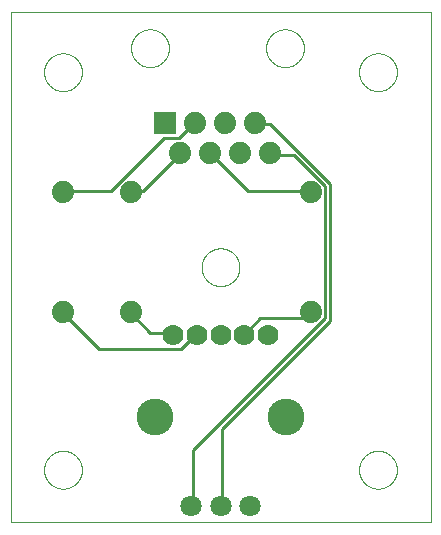
<source format=gtl>
G75*
%MOIN*%
%OFA0B0*%
%FSLAX25Y25*%
%IPPOS*%
%LPD*%
%AMOC8*
5,1,8,0,0,1.08239X$1,22.5*
%
%ADD10C,0.00000*%
%ADD11C,0.07400*%
%ADD12C,0.07087*%
%ADD13C,0.07000*%
%ADD14C,0.12268*%
%ADD15R,0.07400X0.07400*%
%ADD16C,0.01000*%
D10*
X0001000Y0001000D02*
X0001000Y0170961D01*
X0141000Y0171000D01*
X0141000Y0001000D01*
X0001000Y0001000D01*
X0012201Y0018500D02*
X0012203Y0018658D01*
X0012209Y0018816D01*
X0012219Y0018974D01*
X0012233Y0019132D01*
X0012251Y0019289D01*
X0012272Y0019446D01*
X0012298Y0019602D01*
X0012328Y0019758D01*
X0012361Y0019913D01*
X0012399Y0020066D01*
X0012440Y0020219D01*
X0012485Y0020371D01*
X0012534Y0020522D01*
X0012587Y0020671D01*
X0012643Y0020819D01*
X0012703Y0020965D01*
X0012767Y0021110D01*
X0012835Y0021253D01*
X0012906Y0021395D01*
X0012980Y0021535D01*
X0013058Y0021672D01*
X0013140Y0021808D01*
X0013224Y0021942D01*
X0013313Y0022073D01*
X0013404Y0022202D01*
X0013499Y0022329D01*
X0013596Y0022454D01*
X0013697Y0022576D01*
X0013801Y0022695D01*
X0013908Y0022812D01*
X0014018Y0022926D01*
X0014131Y0023037D01*
X0014246Y0023146D01*
X0014364Y0023251D01*
X0014485Y0023353D01*
X0014608Y0023453D01*
X0014734Y0023549D01*
X0014862Y0023642D01*
X0014992Y0023732D01*
X0015125Y0023818D01*
X0015260Y0023902D01*
X0015396Y0023981D01*
X0015535Y0024058D01*
X0015676Y0024130D01*
X0015818Y0024200D01*
X0015962Y0024265D01*
X0016108Y0024327D01*
X0016255Y0024385D01*
X0016404Y0024440D01*
X0016554Y0024491D01*
X0016705Y0024538D01*
X0016857Y0024581D01*
X0017010Y0024620D01*
X0017165Y0024656D01*
X0017320Y0024687D01*
X0017476Y0024715D01*
X0017632Y0024739D01*
X0017789Y0024759D01*
X0017947Y0024775D01*
X0018104Y0024787D01*
X0018263Y0024795D01*
X0018421Y0024799D01*
X0018579Y0024799D01*
X0018737Y0024795D01*
X0018896Y0024787D01*
X0019053Y0024775D01*
X0019211Y0024759D01*
X0019368Y0024739D01*
X0019524Y0024715D01*
X0019680Y0024687D01*
X0019835Y0024656D01*
X0019990Y0024620D01*
X0020143Y0024581D01*
X0020295Y0024538D01*
X0020446Y0024491D01*
X0020596Y0024440D01*
X0020745Y0024385D01*
X0020892Y0024327D01*
X0021038Y0024265D01*
X0021182Y0024200D01*
X0021324Y0024130D01*
X0021465Y0024058D01*
X0021604Y0023981D01*
X0021740Y0023902D01*
X0021875Y0023818D01*
X0022008Y0023732D01*
X0022138Y0023642D01*
X0022266Y0023549D01*
X0022392Y0023453D01*
X0022515Y0023353D01*
X0022636Y0023251D01*
X0022754Y0023146D01*
X0022869Y0023037D01*
X0022982Y0022926D01*
X0023092Y0022812D01*
X0023199Y0022695D01*
X0023303Y0022576D01*
X0023404Y0022454D01*
X0023501Y0022329D01*
X0023596Y0022202D01*
X0023687Y0022073D01*
X0023776Y0021942D01*
X0023860Y0021808D01*
X0023942Y0021672D01*
X0024020Y0021535D01*
X0024094Y0021395D01*
X0024165Y0021253D01*
X0024233Y0021110D01*
X0024297Y0020965D01*
X0024357Y0020819D01*
X0024413Y0020671D01*
X0024466Y0020522D01*
X0024515Y0020371D01*
X0024560Y0020219D01*
X0024601Y0020066D01*
X0024639Y0019913D01*
X0024672Y0019758D01*
X0024702Y0019602D01*
X0024728Y0019446D01*
X0024749Y0019289D01*
X0024767Y0019132D01*
X0024781Y0018974D01*
X0024791Y0018816D01*
X0024797Y0018658D01*
X0024799Y0018500D01*
X0024797Y0018342D01*
X0024791Y0018184D01*
X0024781Y0018026D01*
X0024767Y0017868D01*
X0024749Y0017711D01*
X0024728Y0017554D01*
X0024702Y0017398D01*
X0024672Y0017242D01*
X0024639Y0017087D01*
X0024601Y0016934D01*
X0024560Y0016781D01*
X0024515Y0016629D01*
X0024466Y0016478D01*
X0024413Y0016329D01*
X0024357Y0016181D01*
X0024297Y0016035D01*
X0024233Y0015890D01*
X0024165Y0015747D01*
X0024094Y0015605D01*
X0024020Y0015465D01*
X0023942Y0015328D01*
X0023860Y0015192D01*
X0023776Y0015058D01*
X0023687Y0014927D01*
X0023596Y0014798D01*
X0023501Y0014671D01*
X0023404Y0014546D01*
X0023303Y0014424D01*
X0023199Y0014305D01*
X0023092Y0014188D01*
X0022982Y0014074D01*
X0022869Y0013963D01*
X0022754Y0013854D01*
X0022636Y0013749D01*
X0022515Y0013647D01*
X0022392Y0013547D01*
X0022266Y0013451D01*
X0022138Y0013358D01*
X0022008Y0013268D01*
X0021875Y0013182D01*
X0021740Y0013098D01*
X0021604Y0013019D01*
X0021465Y0012942D01*
X0021324Y0012870D01*
X0021182Y0012800D01*
X0021038Y0012735D01*
X0020892Y0012673D01*
X0020745Y0012615D01*
X0020596Y0012560D01*
X0020446Y0012509D01*
X0020295Y0012462D01*
X0020143Y0012419D01*
X0019990Y0012380D01*
X0019835Y0012344D01*
X0019680Y0012313D01*
X0019524Y0012285D01*
X0019368Y0012261D01*
X0019211Y0012241D01*
X0019053Y0012225D01*
X0018896Y0012213D01*
X0018737Y0012205D01*
X0018579Y0012201D01*
X0018421Y0012201D01*
X0018263Y0012205D01*
X0018104Y0012213D01*
X0017947Y0012225D01*
X0017789Y0012241D01*
X0017632Y0012261D01*
X0017476Y0012285D01*
X0017320Y0012313D01*
X0017165Y0012344D01*
X0017010Y0012380D01*
X0016857Y0012419D01*
X0016705Y0012462D01*
X0016554Y0012509D01*
X0016404Y0012560D01*
X0016255Y0012615D01*
X0016108Y0012673D01*
X0015962Y0012735D01*
X0015818Y0012800D01*
X0015676Y0012870D01*
X0015535Y0012942D01*
X0015396Y0013019D01*
X0015260Y0013098D01*
X0015125Y0013182D01*
X0014992Y0013268D01*
X0014862Y0013358D01*
X0014734Y0013451D01*
X0014608Y0013547D01*
X0014485Y0013647D01*
X0014364Y0013749D01*
X0014246Y0013854D01*
X0014131Y0013963D01*
X0014018Y0014074D01*
X0013908Y0014188D01*
X0013801Y0014305D01*
X0013697Y0014424D01*
X0013596Y0014546D01*
X0013499Y0014671D01*
X0013404Y0014798D01*
X0013313Y0014927D01*
X0013224Y0015058D01*
X0013140Y0015192D01*
X0013058Y0015328D01*
X0012980Y0015465D01*
X0012906Y0015605D01*
X0012835Y0015747D01*
X0012767Y0015890D01*
X0012703Y0016035D01*
X0012643Y0016181D01*
X0012587Y0016329D01*
X0012534Y0016478D01*
X0012485Y0016629D01*
X0012440Y0016781D01*
X0012399Y0016934D01*
X0012361Y0017087D01*
X0012328Y0017242D01*
X0012298Y0017398D01*
X0012272Y0017554D01*
X0012251Y0017711D01*
X0012233Y0017868D01*
X0012219Y0018026D01*
X0012209Y0018184D01*
X0012203Y0018342D01*
X0012201Y0018500D01*
X0064701Y0086000D02*
X0064703Y0086158D01*
X0064709Y0086316D01*
X0064719Y0086474D01*
X0064733Y0086632D01*
X0064751Y0086789D01*
X0064772Y0086946D01*
X0064798Y0087102D01*
X0064828Y0087258D01*
X0064861Y0087413D01*
X0064899Y0087566D01*
X0064940Y0087719D01*
X0064985Y0087871D01*
X0065034Y0088022D01*
X0065087Y0088171D01*
X0065143Y0088319D01*
X0065203Y0088465D01*
X0065267Y0088610D01*
X0065335Y0088753D01*
X0065406Y0088895D01*
X0065480Y0089035D01*
X0065558Y0089172D01*
X0065640Y0089308D01*
X0065724Y0089442D01*
X0065813Y0089573D01*
X0065904Y0089702D01*
X0065999Y0089829D01*
X0066096Y0089954D01*
X0066197Y0090076D01*
X0066301Y0090195D01*
X0066408Y0090312D01*
X0066518Y0090426D01*
X0066631Y0090537D01*
X0066746Y0090646D01*
X0066864Y0090751D01*
X0066985Y0090853D01*
X0067108Y0090953D01*
X0067234Y0091049D01*
X0067362Y0091142D01*
X0067492Y0091232D01*
X0067625Y0091318D01*
X0067760Y0091402D01*
X0067896Y0091481D01*
X0068035Y0091558D01*
X0068176Y0091630D01*
X0068318Y0091700D01*
X0068462Y0091765D01*
X0068608Y0091827D01*
X0068755Y0091885D01*
X0068904Y0091940D01*
X0069054Y0091991D01*
X0069205Y0092038D01*
X0069357Y0092081D01*
X0069510Y0092120D01*
X0069665Y0092156D01*
X0069820Y0092187D01*
X0069976Y0092215D01*
X0070132Y0092239D01*
X0070289Y0092259D01*
X0070447Y0092275D01*
X0070604Y0092287D01*
X0070763Y0092295D01*
X0070921Y0092299D01*
X0071079Y0092299D01*
X0071237Y0092295D01*
X0071396Y0092287D01*
X0071553Y0092275D01*
X0071711Y0092259D01*
X0071868Y0092239D01*
X0072024Y0092215D01*
X0072180Y0092187D01*
X0072335Y0092156D01*
X0072490Y0092120D01*
X0072643Y0092081D01*
X0072795Y0092038D01*
X0072946Y0091991D01*
X0073096Y0091940D01*
X0073245Y0091885D01*
X0073392Y0091827D01*
X0073538Y0091765D01*
X0073682Y0091700D01*
X0073824Y0091630D01*
X0073965Y0091558D01*
X0074104Y0091481D01*
X0074240Y0091402D01*
X0074375Y0091318D01*
X0074508Y0091232D01*
X0074638Y0091142D01*
X0074766Y0091049D01*
X0074892Y0090953D01*
X0075015Y0090853D01*
X0075136Y0090751D01*
X0075254Y0090646D01*
X0075369Y0090537D01*
X0075482Y0090426D01*
X0075592Y0090312D01*
X0075699Y0090195D01*
X0075803Y0090076D01*
X0075904Y0089954D01*
X0076001Y0089829D01*
X0076096Y0089702D01*
X0076187Y0089573D01*
X0076276Y0089442D01*
X0076360Y0089308D01*
X0076442Y0089172D01*
X0076520Y0089035D01*
X0076594Y0088895D01*
X0076665Y0088753D01*
X0076733Y0088610D01*
X0076797Y0088465D01*
X0076857Y0088319D01*
X0076913Y0088171D01*
X0076966Y0088022D01*
X0077015Y0087871D01*
X0077060Y0087719D01*
X0077101Y0087566D01*
X0077139Y0087413D01*
X0077172Y0087258D01*
X0077202Y0087102D01*
X0077228Y0086946D01*
X0077249Y0086789D01*
X0077267Y0086632D01*
X0077281Y0086474D01*
X0077291Y0086316D01*
X0077297Y0086158D01*
X0077299Y0086000D01*
X0077297Y0085842D01*
X0077291Y0085684D01*
X0077281Y0085526D01*
X0077267Y0085368D01*
X0077249Y0085211D01*
X0077228Y0085054D01*
X0077202Y0084898D01*
X0077172Y0084742D01*
X0077139Y0084587D01*
X0077101Y0084434D01*
X0077060Y0084281D01*
X0077015Y0084129D01*
X0076966Y0083978D01*
X0076913Y0083829D01*
X0076857Y0083681D01*
X0076797Y0083535D01*
X0076733Y0083390D01*
X0076665Y0083247D01*
X0076594Y0083105D01*
X0076520Y0082965D01*
X0076442Y0082828D01*
X0076360Y0082692D01*
X0076276Y0082558D01*
X0076187Y0082427D01*
X0076096Y0082298D01*
X0076001Y0082171D01*
X0075904Y0082046D01*
X0075803Y0081924D01*
X0075699Y0081805D01*
X0075592Y0081688D01*
X0075482Y0081574D01*
X0075369Y0081463D01*
X0075254Y0081354D01*
X0075136Y0081249D01*
X0075015Y0081147D01*
X0074892Y0081047D01*
X0074766Y0080951D01*
X0074638Y0080858D01*
X0074508Y0080768D01*
X0074375Y0080682D01*
X0074240Y0080598D01*
X0074104Y0080519D01*
X0073965Y0080442D01*
X0073824Y0080370D01*
X0073682Y0080300D01*
X0073538Y0080235D01*
X0073392Y0080173D01*
X0073245Y0080115D01*
X0073096Y0080060D01*
X0072946Y0080009D01*
X0072795Y0079962D01*
X0072643Y0079919D01*
X0072490Y0079880D01*
X0072335Y0079844D01*
X0072180Y0079813D01*
X0072024Y0079785D01*
X0071868Y0079761D01*
X0071711Y0079741D01*
X0071553Y0079725D01*
X0071396Y0079713D01*
X0071237Y0079705D01*
X0071079Y0079701D01*
X0070921Y0079701D01*
X0070763Y0079705D01*
X0070604Y0079713D01*
X0070447Y0079725D01*
X0070289Y0079741D01*
X0070132Y0079761D01*
X0069976Y0079785D01*
X0069820Y0079813D01*
X0069665Y0079844D01*
X0069510Y0079880D01*
X0069357Y0079919D01*
X0069205Y0079962D01*
X0069054Y0080009D01*
X0068904Y0080060D01*
X0068755Y0080115D01*
X0068608Y0080173D01*
X0068462Y0080235D01*
X0068318Y0080300D01*
X0068176Y0080370D01*
X0068035Y0080442D01*
X0067896Y0080519D01*
X0067760Y0080598D01*
X0067625Y0080682D01*
X0067492Y0080768D01*
X0067362Y0080858D01*
X0067234Y0080951D01*
X0067108Y0081047D01*
X0066985Y0081147D01*
X0066864Y0081249D01*
X0066746Y0081354D01*
X0066631Y0081463D01*
X0066518Y0081574D01*
X0066408Y0081688D01*
X0066301Y0081805D01*
X0066197Y0081924D01*
X0066096Y0082046D01*
X0065999Y0082171D01*
X0065904Y0082298D01*
X0065813Y0082427D01*
X0065724Y0082558D01*
X0065640Y0082692D01*
X0065558Y0082828D01*
X0065480Y0082965D01*
X0065406Y0083105D01*
X0065335Y0083247D01*
X0065267Y0083390D01*
X0065203Y0083535D01*
X0065143Y0083681D01*
X0065087Y0083829D01*
X0065034Y0083978D01*
X0064985Y0084129D01*
X0064940Y0084281D01*
X0064899Y0084434D01*
X0064861Y0084587D01*
X0064828Y0084742D01*
X0064798Y0084898D01*
X0064772Y0085054D01*
X0064751Y0085211D01*
X0064733Y0085368D01*
X0064719Y0085526D01*
X0064709Y0085684D01*
X0064703Y0085842D01*
X0064701Y0086000D01*
X0012201Y0151000D02*
X0012203Y0151158D01*
X0012209Y0151316D01*
X0012219Y0151474D01*
X0012233Y0151632D01*
X0012251Y0151789D01*
X0012272Y0151946D01*
X0012298Y0152102D01*
X0012328Y0152258D01*
X0012361Y0152413D01*
X0012399Y0152566D01*
X0012440Y0152719D01*
X0012485Y0152871D01*
X0012534Y0153022D01*
X0012587Y0153171D01*
X0012643Y0153319D01*
X0012703Y0153465D01*
X0012767Y0153610D01*
X0012835Y0153753D01*
X0012906Y0153895D01*
X0012980Y0154035D01*
X0013058Y0154172D01*
X0013140Y0154308D01*
X0013224Y0154442D01*
X0013313Y0154573D01*
X0013404Y0154702D01*
X0013499Y0154829D01*
X0013596Y0154954D01*
X0013697Y0155076D01*
X0013801Y0155195D01*
X0013908Y0155312D01*
X0014018Y0155426D01*
X0014131Y0155537D01*
X0014246Y0155646D01*
X0014364Y0155751D01*
X0014485Y0155853D01*
X0014608Y0155953D01*
X0014734Y0156049D01*
X0014862Y0156142D01*
X0014992Y0156232D01*
X0015125Y0156318D01*
X0015260Y0156402D01*
X0015396Y0156481D01*
X0015535Y0156558D01*
X0015676Y0156630D01*
X0015818Y0156700D01*
X0015962Y0156765D01*
X0016108Y0156827D01*
X0016255Y0156885D01*
X0016404Y0156940D01*
X0016554Y0156991D01*
X0016705Y0157038D01*
X0016857Y0157081D01*
X0017010Y0157120D01*
X0017165Y0157156D01*
X0017320Y0157187D01*
X0017476Y0157215D01*
X0017632Y0157239D01*
X0017789Y0157259D01*
X0017947Y0157275D01*
X0018104Y0157287D01*
X0018263Y0157295D01*
X0018421Y0157299D01*
X0018579Y0157299D01*
X0018737Y0157295D01*
X0018896Y0157287D01*
X0019053Y0157275D01*
X0019211Y0157259D01*
X0019368Y0157239D01*
X0019524Y0157215D01*
X0019680Y0157187D01*
X0019835Y0157156D01*
X0019990Y0157120D01*
X0020143Y0157081D01*
X0020295Y0157038D01*
X0020446Y0156991D01*
X0020596Y0156940D01*
X0020745Y0156885D01*
X0020892Y0156827D01*
X0021038Y0156765D01*
X0021182Y0156700D01*
X0021324Y0156630D01*
X0021465Y0156558D01*
X0021604Y0156481D01*
X0021740Y0156402D01*
X0021875Y0156318D01*
X0022008Y0156232D01*
X0022138Y0156142D01*
X0022266Y0156049D01*
X0022392Y0155953D01*
X0022515Y0155853D01*
X0022636Y0155751D01*
X0022754Y0155646D01*
X0022869Y0155537D01*
X0022982Y0155426D01*
X0023092Y0155312D01*
X0023199Y0155195D01*
X0023303Y0155076D01*
X0023404Y0154954D01*
X0023501Y0154829D01*
X0023596Y0154702D01*
X0023687Y0154573D01*
X0023776Y0154442D01*
X0023860Y0154308D01*
X0023942Y0154172D01*
X0024020Y0154035D01*
X0024094Y0153895D01*
X0024165Y0153753D01*
X0024233Y0153610D01*
X0024297Y0153465D01*
X0024357Y0153319D01*
X0024413Y0153171D01*
X0024466Y0153022D01*
X0024515Y0152871D01*
X0024560Y0152719D01*
X0024601Y0152566D01*
X0024639Y0152413D01*
X0024672Y0152258D01*
X0024702Y0152102D01*
X0024728Y0151946D01*
X0024749Y0151789D01*
X0024767Y0151632D01*
X0024781Y0151474D01*
X0024791Y0151316D01*
X0024797Y0151158D01*
X0024799Y0151000D01*
X0024797Y0150842D01*
X0024791Y0150684D01*
X0024781Y0150526D01*
X0024767Y0150368D01*
X0024749Y0150211D01*
X0024728Y0150054D01*
X0024702Y0149898D01*
X0024672Y0149742D01*
X0024639Y0149587D01*
X0024601Y0149434D01*
X0024560Y0149281D01*
X0024515Y0149129D01*
X0024466Y0148978D01*
X0024413Y0148829D01*
X0024357Y0148681D01*
X0024297Y0148535D01*
X0024233Y0148390D01*
X0024165Y0148247D01*
X0024094Y0148105D01*
X0024020Y0147965D01*
X0023942Y0147828D01*
X0023860Y0147692D01*
X0023776Y0147558D01*
X0023687Y0147427D01*
X0023596Y0147298D01*
X0023501Y0147171D01*
X0023404Y0147046D01*
X0023303Y0146924D01*
X0023199Y0146805D01*
X0023092Y0146688D01*
X0022982Y0146574D01*
X0022869Y0146463D01*
X0022754Y0146354D01*
X0022636Y0146249D01*
X0022515Y0146147D01*
X0022392Y0146047D01*
X0022266Y0145951D01*
X0022138Y0145858D01*
X0022008Y0145768D01*
X0021875Y0145682D01*
X0021740Y0145598D01*
X0021604Y0145519D01*
X0021465Y0145442D01*
X0021324Y0145370D01*
X0021182Y0145300D01*
X0021038Y0145235D01*
X0020892Y0145173D01*
X0020745Y0145115D01*
X0020596Y0145060D01*
X0020446Y0145009D01*
X0020295Y0144962D01*
X0020143Y0144919D01*
X0019990Y0144880D01*
X0019835Y0144844D01*
X0019680Y0144813D01*
X0019524Y0144785D01*
X0019368Y0144761D01*
X0019211Y0144741D01*
X0019053Y0144725D01*
X0018896Y0144713D01*
X0018737Y0144705D01*
X0018579Y0144701D01*
X0018421Y0144701D01*
X0018263Y0144705D01*
X0018104Y0144713D01*
X0017947Y0144725D01*
X0017789Y0144741D01*
X0017632Y0144761D01*
X0017476Y0144785D01*
X0017320Y0144813D01*
X0017165Y0144844D01*
X0017010Y0144880D01*
X0016857Y0144919D01*
X0016705Y0144962D01*
X0016554Y0145009D01*
X0016404Y0145060D01*
X0016255Y0145115D01*
X0016108Y0145173D01*
X0015962Y0145235D01*
X0015818Y0145300D01*
X0015676Y0145370D01*
X0015535Y0145442D01*
X0015396Y0145519D01*
X0015260Y0145598D01*
X0015125Y0145682D01*
X0014992Y0145768D01*
X0014862Y0145858D01*
X0014734Y0145951D01*
X0014608Y0146047D01*
X0014485Y0146147D01*
X0014364Y0146249D01*
X0014246Y0146354D01*
X0014131Y0146463D01*
X0014018Y0146574D01*
X0013908Y0146688D01*
X0013801Y0146805D01*
X0013697Y0146924D01*
X0013596Y0147046D01*
X0013499Y0147171D01*
X0013404Y0147298D01*
X0013313Y0147427D01*
X0013224Y0147558D01*
X0013140Y0147692D01*
X0013058Y0147828D01*
X0012980Y0147965D01*
X0012906Y0148105D01*
X0012835Y0148247D01*
X0012767Y0148390D01*
X0012703Y0148535D01*
X0012643Y0148681D01*
X0012587Y0148829D01*
X0012534Y0148978D01*
X0012485Y0149129D01*
X0012440Y0149281D01*
X0012399Y0149434D01*
X0012361Y0149587D01*
X0012328Y0149742D01*
X0012298Y0149898D01*
X0012272Y0150054D01*
X0012251Y0150211D01*
X0012233Y0150368D01*
X0012219Y0150526D01*
X0012209Y0150684D01*
X0012203Y0150842D01*
X0012201Y0151000D01*
X0041201Y0159000D02*
X0041203Y0159158D01*
X0041209Y0159316D01*
X0041219Y0159474D01*
X0041233Y0159632D01*
X0041251Y0159789D01*
X0041272Y0159946D01*
X0041298Y0160102D01*
X0041328Y0160258D01*
X0041361Y0160413D01*
X0041399Y0160566D01*
X0041440Y0160719D01*
X0041485Y0160871D01*
X0041534Y0161022D01*
X0041587Y0161171D01*
X0041643Y0161319D01*
X0041703Y0161465D01*
X0041767Y0161610D01*
X0041835Y0161753D01*
X0041906Y0161895D01*
X0041980Y0162035D01*
X0042058Y0162172D01*
X0042140Y0162308D01*
X0042224Y0162442D01*
X0042313Y0162573D01*
X0042404Y0162702D01*
X0042499Y0162829D01*
X0042596Y0162954D01*
X0042697Y0163076D01*
X0042801Y0163195D01*
X0042908Y0163312D01*
X0043018Y0163426D01*
X0043131Y0163537D01*
X0043246Y0163646D01*
X0043364Y0163751D01*
X0043485Y0163853D01*
X0043608Y0163953D01*
X0043734Y0164049D01*
X0043862Y0164142D01*
X0043992Y0164232D01*
X0044125Y0164318D01*
X0044260Y0164402D01*
X0044396Y0164481D01*
X0044535Y0164558D01*
X0044676Y0164630D01*
X0044818Y0164700D01*
X0044962Y0164765D01*
X0045108Y0164827D01*
X0045255Y0164885D01*
X0045404Y0164940D01*
X0045554Y0164991D01*
X0045705Y0165038D01*
X0045857Y0165081D01*
X0046010Y0165120D01*
X0046165Y0165156D01*
X0046320Y0165187D01*
X0046476Y0165215D01*
X0046632Y0165239D01*
X0046789Y0165259D01*
X0046947Y0165275D01*
X0047104Y0165287D01*
X0047263Y0165295D01*
X0047421Y0165299D01*
X0047579Y0165299D01*
X0047737Y0165295D01*
X0047896Y0165287D01*
X0048053Y0165275D01*
X0048211Y0165259D01*
X0048368Y0165239D01*
X0048524Y0165215D01*
X0048680Y0165187D01*
X0048835Y0165156D01*
X0048990Y0165120D01*
X0049143Y0165081D01*
X0049295Y0165038D01*
X0049446Y0164991D01*
X0049596Y0164940D01*
X0049745Y0164885D01*
X0049892Y0164827D01*
X0050038Y0164765D01*
X0050182Y0164700D01*
X0050324Y0164630D01*
X0050465Y0164558D01*
X0050604Y0164481D01*
X0050740Y0164402D01*
X0050875Y0164318D01*
X0051008Y0164232D01*
X0051138Y0164142D01*
X0051266Y0164049D01*
X0051392Y0163953D01*
X0051515Y0163853D01*
X0051636Y0163751D01*
X0051754Y0163646D01*
X0051869Y0163537D01*
X0051982Y0163426D01*
X0052092Y0163312D01*
X0052199Y0163195D01*
X0052303Y0163076D01*
X0052404Y0162954D01*
X0052501Y0162829D01*
X0052596Y0162702D01*
X0052687Y0162573D01*
X0052776Y0162442D01*
X0052860Y0162308D01*
X0052942Y0162172D01*
X0053020Y0162035D01*
X0053094Y0161895D01*
X0053165Y0161753D01*
X0053233Y0161610D01*
X0053297Y0161465D01*
X0053357Y0161319D01*
X0053413Y0161171D01*
X0053466Y0161022D01*
X0053515Y0160871D01*
X0053560Y0160719D01*
X0053601Y0160566D01*
X0053639Y0160413D01*
X0053672Y0160258D01*
X0053702Y0160102D01*
X0053728Y0159946D01*
X0053749Y0159789D01*
X0053767Y0159632D01*
X0053781Y0159474D01*
X0053791Y0159316D01*
X0053797Y0159158D01*
X0053799Y0159000D01*
X0053797Y0158842D01*
X0053791Y0158684D01*
X0053781Y0158526D01*
X0053767Y0158368D01*
X0053749Y0158211D01*
X0053728Y0158054D01*
X0053702Y0157898D01*
X0053672Y0157742D01*
X0053639Y0157587D01*
X0053601Y0157434D01*
X0053560Y0157281D01*
X0053515Y0157129D01*
X0053466Y0156978D01*
X0053413Y0156829D01*
X0053357Y0156681D01*
X0053297Y0156535D01*
X0053233Y0156390D01*
X0053165Y0156247D01*
X0053094Y0156105D01*
X0053020Y0155965D01*
X0052942Y0155828D01*
X0052860Y0155692D01*
X0052776Y0155558D01*
X0052687Y0155427D01*
X0052596Y0155298D01*
X0052501Y0155171D01*
X0052404Y0155046D01*
X0052303Y0154924D01*
X0052199Y0154805D01*
X0052092Y0154688D01*
X0051982Y0154574D01*
X0051869Y0154463D01*
X0051754Y0154354D01*
X0051636Y0154249D01*
X0051515Y0154147D01*
X0051392Y0154047D01*
X0051266Y0153951D01*
X0051138Y0153858D01*
X0051008Y0153768D01*
X0050875Y0153682D01*
X0050740Y0153598D01*
X0050604Y0153519D01*
X0050465Y0153442D01*
X0050324Y0153370D01*
X0050182Y0153300D01*
X0050038Y0153235D01*
X0049892Y0153173D01*
X0049745Y0153115D01*
X0049596Y0153060D01*
X0049446Y0153009D01*
X0049295Y0152962D01*
X0049143Y0152919D01*
X0048990Y0152880D01*
X0048835Y0152844D01*
X0048680Y0152813D01*
X0048524Y0152785D01*
X0048368Y0152761D01*
X0048211Y0152741D01*
X0048053Y0152725D01*
X0047896Y0152713D01*
X0047737Y0152705D01*
X0047579Y0152701D01*
X0047421Y0152701D01*
X0047263Y0152705D01*
X0047104Y0152713D01*
X0046947Y0152725D01*
X0046789Y0152741D01*
X0046632Y0152761D01*
X0046476Y0152785D01*
X0046320Y0152813D01*
X0046165Y0152844D01*
X0046010Y0152880D01*
X0045857Y0152919D01*
X0045705Y0152962D01*
X0045554Y0153009D01*
X0045404Y0153060D01*
X0045255Y0153115D01*
X0045108Y0153173D01*
X0044962Y0153235D01*
X0044818Y0153300D01*
X0044676Y0153370D01*
X0044535Y0153442D01*
X0044396Y0153519D01*
X0044260Y0153598D01*
X0044125Y0153682D01*
X0043992Y0153768D01*
X0043862Y0153858D01*
X0043734Y0153951D01*
X0043608Y0154047D01*
X0043485Y0154147D01*
X0043364Y0154249D01*
X0043246Y0154354D01*
X0043131Y0154463D01*
X0043018Y0154574D01*
X0042908Y0154688D01*
X0042801Y0154805D01*
X0042697Y0154924D01*
X0042596Y0155046D01*
X0042499Y0155171D01*
X0042404Y0155298D01*
X0042313Y0155427D01*
X0042224Y0155558D01*
X0042140Y0155692D01*
X0042058Y0155828D01*
X0041980Y0155965D01*
X0041906Y0156105D01*
X0041835Y0156247D01*
X0041767Y0156390D01*
X0041703Y0156535D01*
X0041643Y0156681D01*
X0041587Y0156829D01*
X0041534Y0156978D01*
X0041485Y0157129D01*
X0041440Y0157281D01*
X0041399Y0157434D01*
X0041361Y0157587D01*
X0041328Y0157742D01*
X0041298Y0157898D01*
X0041272Y0158054D01*
X0041251Y0158211D01*
X0041233Y0158368D01*
X0041219Y0158526D01*
X0041209Y0158684D01*
X0041203Y0158842D01*
X0041201Y0159000D01*
X0086201Y0159000D02*
X0086203Y0159158D01*
X0086209Y0159316D01*
X0086219Y0159474D01*
X0086233Y0159632D01*
X0086251Y0159789D01*
X0086272Y0159946D01*
X0086298Y0160102D01*
X0086328Y0160258D01*
X0086361Y0160413D01*
X0086399Y0160566D01*
X0086440Y0160719D01*
X0086485Y0160871D01*
X0086534Y0161022D01*
X0086587Y0161171D01*
X0086643Y0161319D01*
X0086703Y0161465D01*
X0086767Y0161610D01*
X0086835Y0161753D01*
X0086906Y0161895D01*
X0086980Y0162035D01*
X0087058Y0162172D01*
X0087140Y0162308D01*
X0087224Y0162442D01*
X0087313Y0162573D01*
X0087404Y0162702D01*
X0087499Y0162829D01*
X0087596Y0162954D01*
X0087697Y0163076D01*
X0087801Y0163195D01*
X0087908Y0163312D01*
X0088018Y0163426D01*
X0088131Y0163537D01*
X0088246Y0163646D01*
X0088364Y0163751D01*
X0088485Y0163853D01*
X0088608Y0163953D01*
X0088734Y0164049D01*
X0088862Y0164142D01*
X0088992Y0164232D01*
X0089125Y0164318D01*
X0089260Y0164402D01*
X0089396Y0164481D01*
X0089535Y0164558D01*
X0089676Y0164630D01*
X0089818Y0164700D01*
X0089962Y0164765D01*
X0090108Y0164827D01*
X0090255Y0164885D01*
X0090404Y0164940D01*
X0090554Y0164991D01*
X0090705Y0165038D01*
X0090857Y0165081D01*
X0091010Y0165120D01*
X0091165Y0165156D01*
X0091320Y0165187D01*
X0091476Y0165215D01*
X0091632Y0165239D01*
X0091789Y0165259D01*
X0091947Y0165275D01*
X0092104Y0165287D01*
X0092263Y0165295D01*
X0092421Y0165299D01*
X0092579Y0165299D01*
X0092737Y0165295D01*
X0092896Y0165287D01*
X0093053Y0165275D01*
X0093211Y0165259D01*
X0093368Y0165239D01*
X0093524Y0165215D01*
X0093680Y0165187D01*
X0093835Y0165156D01*
X0093990Y0165120D01*
X0094143Y0165081D01*
X0094295Y0165038D01*
X0094446Y0164991D01*
X0094596Y0164940D01*
X0094745Y0164885D01*
X0094892Y0164827D01*
X0095038Y0164765D01*
X0095182Y0164700D01*
X0095324Y0164630D01*
X0095465Y0164558D01*
X0095604Y0164481D01*
X0095740Y0164402D01*
X0095875Y0164318D01*
X0096008Y0164232D01*
X0096138Y0164142D01*
X0096266Y0164049D01*
X0096392Y0163953D01*
X0096515Y0163853D01*
X0096636Y0163751D01*
X0096754Y0163646D01*
X0096869Y0163537D01*
X0096982Y0163426D01*
X0097092Y0163312D01*
X0097199Y0163195D01*
X0097303Y0163076D01*
X0097404Y0162954D01*
X0097501Y0162829D01*
X0097596Y0162702D01*
X0097687Y0162573D01*
X0097776Y0162442D01*
X0097860Y0162308D01*
X0097942Y0162172D01*
X0098020Y0162035D01*
X0098094Y0161895D01*
X0098165Y0161753D01*
X0098233Y0161610D01*
X0098297Y0161465D01*
X0098357Y0161319D01*
X0098413Y0161171D01*
X0098466Y0161022D01*
X0098515Y0160871D01*
X0098560Y0160719D01*
X0098601Y0160566D01*
X0098639Y0160413D01*
X0098672Y0160258D01*
X0098702Y0160102D01*
X0098728Y0159946D01*
X0098749Y0159789D01*
X0098767Y0159632D01*
X0098781Y0159474D01*
X0098791Y0159316D01*
X0098797Y0159158D01*
X0098799Y0159000D01*
X0098797Y0158842D01*
X0098791Y0158684D01*
X0098781Y0158526D01*
X0098767Y0158368D01*
X0098749Y0158211D01*
X0098728Y0158054D01*
X0098702Y0157898D01*
X0098672Y0157742D01*
X0098639Y0157587D01*
X0098601Y0157434D01*
X0098560Y0157281D01*
X0098515Y0157129D01*
X0098466Y0156978D01*
X0098413Y0156829D01*
X0098357Y0156681D01*
X0098297Y0156535D01*
X0098233Y0156390D01*
X0098165Y0156247D01*
X0098094Y0156105D01*
X0098020Y0155965D01*
X0097942Y0155828D01*
X0097860Y0155692D01*
X0097776Y0155558D01*
X0097687Y0155427D01*
X0097596Y0155298D01*
X0097501Y0155171D01*
X0097404Y0155046D01*
X0097303Y0154924D01*
X0097199Y0154805D01*
X0097092Y0154688D01*
X0096982Y0154574D01*
X0096869Y0154463D01*
X0096754Y0154354D01*
X0096636Y0154249D01*
X0096515Y0154147D01*
X0096392Y0154047D01*
X0096266Y0153951D01*
X0096138Y0153858D01*
X0096008Y0153768D01*
X0095875Y0153682D01*
X0095740Y0153598D01*
X0095604Y0153519D01*
X0095465Y0153442D01*
X0095324Y0153370D01*
X0095182Y0153300D01*
X0095038Y0153235D01*
X0094892Y0153173D01*
X0094745Y0153115D01*
X0094596Y0153060D01*
X0094446Y0153009D01*
X0094295Y0152962D01*
X0094143Y0152919D01*
X0093990Y0152880D01*
X0093835Y0152844D01*
X0093680Y0152813D01*
X0093524Y0152785D01*
X0093368Y0152761D01*
X0093211Y0152741D01*
X0093053Y0152725D01*
X0092896Y0152713D01*
X0092737Y0152705D01*
X0092579Y0152701D01*
X0092421Y0152701D01*
X0092263Y0152705D01*
X0092104Y0152713D01*
X0091947Y0152725D01*
X0091789Y0152741D01*
X0091632Y0152761D01*
X0091476Y0152785D01*
X0091320Y0152813D01*
X0091165Y0152844D01*
X0091010Y0152880D01*
X0090857Y0152919D01*
X0090705Y0152962D01*
X0090554Y0153009D01*
X0090404Y0153060D01*
X0090255Y0153115D01*
X0090108Y0153173D01*
X0089962Y0153235D01*
X0089818Y0153300D01*
X0089676Y0153370D01*
X0089535Y0153442D01*
X0089396Y0153519D01*
X0089260Y0153598D01*
X0089125Y0153682D01*
X0088992Y0153768D01*
X0088862Y0153858D01*
X0088734Y0153951D01*
X0088608Y0154047D01*
X0088485Y0154147D01*
X0088364Y0154249D01*
X0088246Y0154354D01*
X0088131Y0154463D01*
X0088018Y0154574D01*
X0087908Y0154688D01*
X0087801Y0154805D01*
X0087697Y0154924D01*
X0087596Y0155046D01*
X0087499Y0155171D01*
X0087404Y0155298D01*
X0087313Y0155427D01*
X0087224Y0155558D01*
X0087140Y0155692D01*
X0087058Y0155828D01*
X0086980Y0155965D01*
X0086906Y0156105D01*
X0086835Y0156247D01*
X0086767Y0156390D01*
X0086703Y0156535D01*
X0086643Y0156681D01*
X0086587Y0156829D01*
X0086534Y0156978D01*
X0086485Y0157129D01*
X0086440Y0157281D01*
X0086399Y0157434D01*
X0086361Y0157587D01*
X0086328Y0157742D01*
X0086298Y0157898D01*
X0086272Y0158054D01*
X0086251Y0158211D01*
X0086233Y0158368D01*
X0086219Y0158526D01*
X0086209Y0158684D01*
X0086203Y0158842D01*
X0086201Y0159000D01*
X0117201Y0151000D02*
X0117203Y0151158D01*
X0117209Y0151316D01*
X0117219Y0151474D01*
X0117233Y0151632D01*
X0117251Y0151789D01*
X0117272Y0151946D01*
X0117298Y0152102D01*
X0117328Y0152258D01*
X0117361Y0152413D01*
X0117399Y0152566D01*
X0117440Y0152719D01*
X0117485Y0152871D01*
X0117534Y0153022D01*
X0117587Y0153171D01*
X0117643Y0153319D01*
X0117703Y0153465D01*
X0117767Y0153610D01*
X0117835Y0153753D01*
X0117906Y0153895D01*
X0117980Y0154035D01*
X0118058Y0154172D01*
X0118140Y0154308D01*
X0118224Y0154442D01*
X0118313Y0154573D01*
X0118404Y0154702D01*
X0118499Y0154829D01*
X0118596Y0154954D01*
X0118697Y0155076D01*
X0118801Y0155195D01*
X0118908Y0155312D01*
X0119018Y0155426D01*
X0119131Y0155537D01*
X0119246Y0155646D01*
X0119364Y0155751D01*
X0119485Y0155853D01*
X0119608Y0155953D01*
X0119734Y0156049D01*
X0119862Y0156142D01*
X0119992Y0156232D01*
X0120125Y0156318D01*
X0120260Y0156402D01*
X0120396Y0156481D01*
X0120535Y0156558D01*
X0120676Y0156630D01*
X0120818Y0156700D01*
X0120962Y0156765D01*
X0121108Y0156827D01*
X0121255Y0156885D01*
X0121404Y0156940D01*
X0121554Y0156991D01*
X0121705Y0157038D01*
X0121857Y0157081D01*
X0122010Y0157120D01*
X0122165Y0157156D01*
X0122320Y0157187D01*
X0122476Y0157215D01*
X0122632Y0157239D01*
X0122789Y0157259D01*
X0122947Y0157275D01*
X0123104Y0157287D01*
X0123263Y0157295D01*
X0123421Y0157299D01*
X0123579Y0157299D01*
X0123737Y0157295D01*
X0123896Y0157287D01*
X0124053Y0157275D01*
X0124211Y0157259D01*
X0124368Y0157239D01*
X0124524Y0157215D01*
X0124680Y0157187D01*
X0124835Y0157156D01*
X0124990Y0157120D01*
X0125143Y0157081D01*
X0125295Y0157038D01*
X0125446Y0156991D01*
X0125596Y0156940D01*
X0125745Y0156885D01*
X0125892Y0156827D01*
X0126038Y0156765D01*
X0126182Y0156700D01*
X0126324Y0156630D01*
X0126465Y0156558D01*
X0126604Y0156481D01*
X0126740Y0156402D01*
X0126875Y0156318D01*
X0127008Y0156232D01*
X0127138Y0156142D01*
X0127266Y0156049D01*
X0127392Y0155953D01*
X0127515Y0155853D01*
X0127636Y0155751D01*
X0127754Y0155646D01*
X0127869Y0155537D01*
X0127982Y0155426D01*
X0128092Y0155312D01*
X0128199Y0155195D01*
X0128303Y0155076D01*
X0128404Y0154954D01*
X0128501Y0154829D01*
X0128596Y0154702D01*
X0128687Y0154573D01*
X0128776Y0154442D01*
X0128860Y0154308D01*
X0128942Y0154172D01*
X0129020Y0154035D01*
X0129094Y0153895D01*
X0129165Y0153753D01*
X0129233Y0153610D01*
X0129297Y0153465D01*
X0129357Y0153319D01*
X0129413Y0153171D01*
X0129466Y0153022D01*
X0129515Y0152871D01*
X0129560Y0152719D01*
X0129601Y0152566D01*
X0129639Y0152413D01*
X0129672Y0152258D01*
X0129702Y0152102D01*
X0129728Y0151946D01*
X0129749Y0151789D01*
X0129767Y0151632D01*
X0129781Y0151474D01*
X0129791Y0151316D01*
X0129797Y0151158D01*
X0129799Y0151000D01*
X0129797Y0150842D01*
X0129791Y0150684D01*
X0129781Y0150526D01*
X0129767Y0150368D01*
X0129749Y0150211D01*
X0129728Y0150054D01*
X0129702Y0149898D01*
X0129672Y0149742D01*
X0129639Y0149587D01*
X0129601Y0149434D01*
X0129560Y0149281D01*
X0129515Y0149129D01*
X0129466Y0148978D01*
X0129413Y0148829D01*
X0129357Y0148681D01*
X0129297Y0148535D01*
X0129233Y0148390D01*
X0129165Y0148247D01*
X0129094Y0148105D01*
X0129020Y0147965D01*
X0128942Y0147828D01*
X0128860Y0147692D01*
X0128776Y0147558D01*
X0128687Y0147427D01*
X0128596Y0147298D01*
X0128501Y0147171D01*
X0128404Y0147046D01*
X0128303Y0146924D01*
X0128199Y0146805D01*
X0128092Y0146688D01*
X0127982Y0146574D01*
X0127869Y0146463D01*
X0127754Y0146354D01*
X0127636Y0146249D01*
X0127515Y0146147D01*
X0127392Y0146047D01*
X0127266Y0145951D01*
X0127138Y0145858D01*
X0127008Y0145768D01*
X0126875Y0145682D01*
X0126740Y0145598D01*
X0126604Y0145519D01*
X0126465Y0145442D01*
X0126324Y0145370D01*
X0126182Y0145300D01*
X0126038Y0145235D01*
X0125892Y0145173D01*
X0125745Y0145115D01*
X0125596Y0145060D01*
X0125446Y0145009D01*
X0125295Y0144962D01*
X0125143Y0144919D01*
X0124990Y0144880D01*
X0124835Y0144844D01*
X0124680Y0144813D01*
X0124524Y0144785D01*
X0124368Y0144761D01*
X0124211Y0144741D01*
X0124053Y0144725D01*
X0123896Y0144713D01*
X0123737Y0144705D01*
X0123579Y0144701D01*
X0123421Y0144701D01*
X0123263Y0144705D01*
X0123104Y0144713D01*
X0122947Y0144725D01*
X0122789Y0144741D01*
X0122632Y0144761D01*
X0122476Y0144785D01*
X0122320Y0144813D01*
X0122165Y0144844D01*
X0122010Y0144880D01*
X0121857Y0144919D01*
X0121705Y0144962D01*
X0121554Y0145009D01*
X0121404Y0145060D01*
X0121255Y0145115D01*
X0121108Y0145173D01*
X0120962Y0145235D01*
X0120818Y0145300D01*
X0120676Y0145370D01*
X0120535Y0145442D01*
X0120396Y0145519D01*
X0120260Y0145598D01*
X0120125Y0145682D01*
X0119992Y0145768D01*
X0119862Y0145858D01*
X0119734Y0145951D01*
X0119608Y0146047D01*
X0119485Y0146147D01*
X0119364Y0146249D01*
X0119246Y0146354D01*
X0119131Y0146463D01*
X0119018Y0146574D01*
X0118908Y0146688D01*
X0118801Y0146805D01*
X0118697Y0146924D01*
X0118596Y0147046D01*
X0118499Y0147171D01*
X0118404Y0147298D01*
X0118313Y0147427D01*
X0118224Y0147558D01*
X0118140Y0147692D01*
X0118058Y0147828D01*
X0117980Y0147965D01*
X0117906Y0148105D01*
X0117835Y0148247D01*
X0117767Y0148390D01*
X0117703Y0148535D01*
X0117643Y0148681D01*
X0117587Y0148829D01*
X0117534Y0148978D01*
X0117485Y0149129D01*
X0117440Y0149281D01*
X0117399Y0149434D01*
X0117361Y0149587D01*
X0117328Y0149742D01*
X0117298Y0149898D01*
X0117272Y0150054D01*
X0117251Y0150211D01*
X0117233Y0150368D01*
X0117219Y0150526D01*
X0117209Y0150684D01*
X0117203Y0150842D01*
X0117201Y0151000D01*
X0117201Y0018500D02*
X0117203Y0018658D01*
X0117209Y0018816D01*
X0117219Y0018974D01*
X0117233Y0019132D01*
X0117251Y0019289D01*
X0117272Y0019446D01*
X0117298Y0019602D01*
X0117328Y0019758D01*
X0117361Y0019913D01*
X0117399Y0020066D01*
X0117440Y0020219D01*
X0117485Y0020371D01*
X0117534Y0020522D01*
X0117587Y0020671D01*
X0117643Y0020819D01*
X0117703Y0020965D01*
X0117767Y0021110D01*
X0117835Y0021253D01*
X0117906Y0021395D01*
X0117980Y0021535D01*
X0118058Y0021672D01*
X0118140Y0021808D01*
X0118224Y0021942D01*
X0118313Y0022073D01*
X0118404Y0022202D01*
X0118499Y0022329D01*
X0118596Y0022454D01*
X0118697Y0022576D01*
X0118801Y0022695D01*
X0118908Y0022812D01*
X0119018Y0022926D01*
X0119131Y0023037D01*
X0119246Y0023146D01*
X0119364Y0023251D01*
X0119485Y0023353D01*
X0119608Y0023453D01*
X0119734Y0023549D01*
X0119862Y0023642D01*
X0119992Y0023732D01*
X0120125Y0023818D01*
X0120260Y0023902D01*
X0120396Y0023981D01*
X0120535Y0024058D01*
X0120676Y0024130D01*
X0120818Y0024200D01*
X0120962Y0024265D01*
X0121108Y0024327D01*
X0121255Y0024385D01*
X0121404Y0024440D01*
X0121554Y0024491D01*
X0121705Y0024538D01*
X0121857Y0024581D01*
X0122010Y0024620D01*
X0122165Y0024656D01*
X0122320Y0024687D01*
X0122476Y0024715D01*
X0122632Y0024739D01*
X0122789Y0024759D01*
X0122947Y0024775D01*
X0123104Y0024787D01*
X0123263Y0024795D01*
X0123421Y0024799D01*
X0123579Y0024799D01*
X0123737Y0024795D01*
X0123896Y0024787D01*
X0124053Y0024775D01*
X0124211Y0024759D01*
X0124368Y0024739D01*
X0124524Y0024715D01*
X0124680Y0024687D01*
X0124835Y0024656D01*
X0124990Y0024620D01*
X0125143Y0024581D01*
X0125295Y0024538D01*
X0125446Y0024491D01*
X0125596Y0024440D01*
X0125745Y0024385D01*
X0125892Y0024327D01*
X0126038Y0024265D01*
X0126182Y0024200D01*
X0126324Y0024130D01*
X0126465Y0024058D01*
X0126604Y0023981D01*
X0126740Y0023902D01*
X0126875Y0023818D01*
X0127008Y0023732D01*
X0127138Y0023642D01*
X0127266Y0023549D01*
X0127392Y0023453D01*
X0127515Y0023353D01*
X0127636Y0023251D01*
X0127754Y0023146D01*
X0127869Y0023037D01*
X0127982Y0022926D01*
X0128092Y0022812D01*
X0128199Y0022695D01*
X0128303Y0022576D01*
X0128404Y0022454D01*
X0128501Y0022329D01*
X0128596Y0022202D01*
X0128687Y0022073D01*
X0128776Y0021942D01*
X0128860Y0021808D01*
X0128942Y0021672D01*
X0129020Y0021535D01*
X0129094Y0021395D01*
X0129165Y0021253D01*
X0129233Y0021110D01*
X0129297Y0020965D01*
X0129357Y0020819D01*
X0129413Y0020671D01*
X0129466Y0020522D01*
X0129515Y0020371D01*
X0129560Y0020219D01*
X0129601Y0020066D01*
X0129639Y0019913D01*
X0129672Y0019758D01*
X0129702Y0019602D01*
X0129728Y0019446D01*
X0129749Y0019289D01*
X0129767Y0019132D01*
X0129781Y0018974D01*
X0129791Y0018816D01*
X0129797Y0018658D01*
X0129799Y0018500D01*
X0129797Y0018342D01*
X0129791Y0018184D01*
X0129781Y0018026D01*
X0129767Y0017868D01*
X0129749Y0017711D01*
X0129728Y0017554D01*
X0129702Y0017398D01*
X0129672Y0017242D01*
X0129639Y0017087D01*
X0129601Y0016934D01*
X0129560Y0016781D01*
X0129515Y0016629D01*
X0129466Y0016478D01*
X0129413Y0016329D01*
X0129357Y0016181D01*
X0129297Y0016035D01*
X0129233Y0015890D01*
X0129165Y0015747D01*
X0129094Y0015605D01*
X0129020Y0015465D01*
X0128942Y0015328D01*
X0128860Y0015192D01*
X0128776Y0015058D01*
X0128687Y0014927D01*
X0128596Y0014798D01*
X0128501Y0014671D01*
X0128404Y0014546D01*
X0128303Y0014424D01*
X0128199Y0014305D01*
X0128092Y0014188D01*
X0127982Y0014074D01*
X0127869Y0013963D01*
X0127754Y0013854D01*
X0127636Y0013749D01*
X0127515Y0013647D01*
X0127392Y0013547D01*
X0127266Y0013451D01*
X0127138Y0013358D01*
X0127008Y0013268D01*
X0126875Y0013182D01*
X0126740Y0013098D01*
X0126604Y0013019D01*
X0126465Y0012942D01*
X0126324Y0012870D01*
X0126182Y0012800D01*
X0126038Y0012735D01*
X0125892Y0012673D01*
X0125745Y0012615D01*
X0125596Y0012560D01*
X0125446Y0012509D01*
X0125295Y0012462D01*
X0125143Y0012419D01*
X0124990Y0012380D01*
X0124835Y0012344D01*
X0124680Y0012313D01*
X0124524Y0012285D01*
X0124368Y0012261D01*
X0124211Y0012241D01*
X0124053Y0012225D01*
X0123896Y0012213D01*
X0123737Y0012205D01*
X0123579Y0012201D01*
X0123421Y0012201D01*
X0123263Y0012205D01*
X0123104Y0012213D01*
X0122947Y0012225D01*
X0122789Y0012241D01*
X0122632Y0012261D01*
X0122476Y0012285D01*
X0122320Y0012313D01*
X0122165Y0012344D01*
X0122010Y0012380D01*
X0121857Y0012419D01*
X0121705Y0012462D01*
X0121554Y0012509D01*
X0121404Y0012560D01*
X0121255Y0012615D01*
X0121108Y0012673D01*
X0120962Y0012735D01*
X0120818Y0012800D01*
X0120676Y0012870D01*
X0120535Y0012942D01*
X0120396Y0013019D01*
X0120260Y0013098D01*
X0120125Y0013182D01*
X0119992Y0013268D01*
X0119862Y0013358D01*
X0119734Y0013451D01*
X0119608Y0013547D01*
X0119485Y0013647D01*
X0119364Y0013749D01*
X0119246Y0013854D01*
X0119131Y0013963D01*
X0119018Y0014074D01*
X0118908Y0014188D01*
X0118801Y0014305D01*
X0118697Y0014424D01*
X0118596Y0014546D01*
X0118499Y0014671D01*
X0118404Y0014798D01*
X0118313Y0014927D01*
X0118224Y0015058D01*
X0118140Y0015192D01*
X0118058Y0015328D01*
X0117980Y0015465D01*
X0117906Y0015605D01*
X0117835Y0015747D01*
X0117767Y0015890D01*
X0117703Y0016035D01*
X0117643Y0016181D01*
X0117587Y0016329D01*
X0117534Y0016478D01*
X0117485Y0016629D01*
X0117440Y0016781D01*
X0117399Y0016934D01*
X0117361Y0017087D01*
X0117328Y0017242D01*
X0117298Y0017398D01*
X0117272Y0017554D01*
X0117251Y0017711D01*
X0117233Y0017868D01*
X0117219Y0018026D01*
X0117209Y0018184D01*
X0117203Y0018342D01*
X0117201Y0018500D01*
D11*
X0101000Y0071000D03*
X0101000Y0111000D03*
X0087500Y0124000D03*
X0082500Y0134000D03*
X0077500Y0124000D03*
X0072500Y0134000D03*
X0067500Y0124000D03*
X0062500Y0134000D03*
X0057500Y0124000D03*
X0041000Y0111000D03*
X0018500Y0111000D03*
X0018500Y0071000D03*
X0041000Y0071000D03*
D12*
X0061157Y0006472D03*
X0071000Y0006472D03*
X0080843Y0006472D03*
D13*
X0078874Y0063559D03*
X0071000Y0063559D03*
X0063126Y0063559D03*
X0055252Y0063559D03*
X0086748Y0063559D03*
D14*
X0092850Y0036000D03*
X0049150Y0036000D03*
D15*
X0052500Y0134000D03*
D16*
X0052200Y0129000D02*
X0057000Y0129000D01*
X0061800Y0133800D01*
X0062500Y0134000D01*
X0057500Y0124000D02*
X0057000Y0123400D01*
X0045000Y0111400D01*
X0041000Y0111400D01*
X0041000Y0111000D01*
X0034600Y0111400D02*
X0052200Y0129000D01*
X0067500Y0124000D02*
X0068200Y0123400D01*
X0080200Y0111400D01*
X0101000Y0111400D01*
X0101000Y0111000D01*
X0105800Y0113000D02*
X0095400Y0123400D01*
X0088200Y0123400D01*
X0087500Y0124000D01*
X0087400Y0133800D02*
X0082600Y0133800D01*
X0082500Y0134000D01*
X0087400Y0133800D02*
X0107400Y0113800D01*
X0107400Y0068200D01*
X0071400Y0032200D01*
X0071400Y0006600D01*
X0071000Y0006472D01*
X0061800Y0006600D02*
X0061157Y0006472D01*
X0061800Y0006600D02*
X0061800Y0025000D01*
X0105800Y0069000D01*
X0105800Y0113000D01*
X0101000Y0071000D02*
X0101000Y0070600D01*
X0099400Y0069000D01*
X0084200Y0069000D01*
X0079400Y0064200D01*
X0078874Y0063559D01*
X0063126Y0063559D02*
X0062600Y0063400D01*
X0057800Y0058600D01*
X0030600Y0058600D01*
X0018600Y0070600D01*
X0018500Y0071000D01*
X0041000Y0071000D02*
X0041000Y0070600D01*
X0047400Y0064200D01*
X0054600Y0064200D01*
X0055252Y0063559D01*
X0034600Y0111400D02*
X0018600Y0111400D01*
X0018500Y0111000D01*
M02*

</source>
